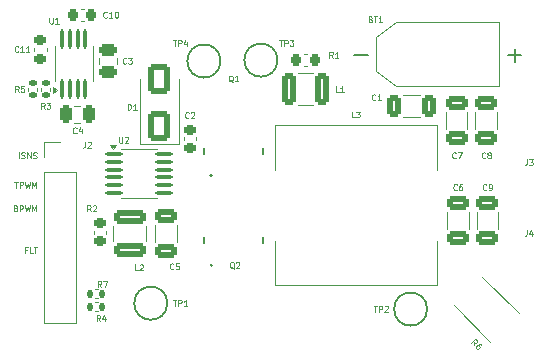
<source format=gto>
G04 #@! TF.GenerationSoftware,KiCad,Pcbnew,8.0.1*
G04 #@! TF.CreationDate,2024-09-12T17:08:19-04:00*
G04 #@! TF.ProjectId,cutdown,63757464-6f77-46e2-9e6b-696361645f70,rev?*
G04 #@! TF.SameCoordinates,Original*
G04 #@! TF.FileFunction,Legend,Top*
G04 #@! TF.FilePolarity,Positive*
%FSLAX46Y46*%
G04 Gerber Fmt 4.6, Leading zero omitted, Abs format (unit mm)*
G04 Created by KiCad (PCBNEW 8.0.1) date 2024-09-12 17:08:19*
%MOMM*%
%LPD*%
G01*
G04 APERTURE LIST*
G04 Aperture macros list*
%AMRoundRect*
0 Rectangle with rounded corners*
0 $1 Rounding radius*
0 $2 $3 $4 $5 $6 $7 $8 $9 X,Y pos of 4 corners*
0 Add a 4 corners polygon primitive as box body*
4,1,4,$2,$3,$4,$5,$6,$7,$8,$9,$2,$3,0*
0 Add four circle primitives for the rounded corners*
1,1,$1+$1,$2,$3*
1,1,$1+$1,$4,$5*
1,1,$1+$1,$6,$7*
1,1,$1+$1,$8,$9*
0 Add four rect primitives between the rounded corners*
20,1,$1+$1,$2,$3,$4,$5,0*
20,1,$1+$1,$4,$5,$6,$7,0*
20,1,$1+$1,$6,$7,$8,$9,0*
20,1,$1+$1,$8,$9,$2,$3,0*%
G04 Aperture macros list end*
%ADD10C,0.120000*%
%ADD11C,0.125000*%
%ADD12C,0.150000*%
%ADD13C,0.152400*%
%ADD14C,0.000000*%
%ADD15C,0.182463*%
%ADD16C,0.002645*%
%ADD17RoundRect,0.250000X-0.325000X-0.650000X0.325000X-0.650000X0.325000X0.650000X-0.325000X0.650000X0*%
%ADD18RoundRect,0.225000X-0.250000X0.225000X-0.250000X-0.225000X0.250000X-0.225000X0.250000X0.225000X0*%
%ADD19C,2.000000*%
%ADD20RoundRect,0.250000X-0.250000X-0.475000X0.250000X-0.475000X0.250000X0.475000X-0.250000X0.475000X0*%
%ADD21RoundRect,0.135000X-0.135000X-0.185000X0.135000X-0.185000X0.135000X0.185000X-0.135000X0.185000X0*%
%ADD22R,4.400000X4.300000*%
%ADD23R,0.650000X0.630000*%
%ADD24RoundRect,0.250000X0.650000X-0.325000X0.650000X0.325000X-0.650000X0.325000X-0.650000X-0.325000X0*%
%ADD25R,4.100000X3.500000*%
%ADD26RoundRect,0.225000X-0.225000X-0.250000X0.225000X-0.250000X0.225000X0.250000X-0.225000X0.250000X0*%
%ADD27RoundRect,0.225000X0.250000X-0.225000X0.250000X0.225000X-0.250000X0.225000X-0.250000X-0.225000X0*%
%ADD28RoundRect,0.250000X-0.375000X-1.075000X0.375000X-1.075000X0.375000X1.075000X-0.375000X1.075000X0*%
%ADD29RoundRect,0.100000X-0.625000X-0.100000X0.625000X-0.100000X0.625000X0.100000X-0.625000X0.100000X0*%
%ADD30R,1.650000X2.850000*%
%ADD31RoundRect,0.250000X-0.650000X0.325000X-0.650000X-0.325000X0.650000X-0.325000X0.650000X0.325000X0*%
%ADD32RoundRect,0.135000X0.185000X-0.135000X0.185000X0.135000X-0.185000X0.135000X-0.185000X-0.135000X0*%
%ADD33RoundRect,0.135000X0.135000X0.185000X-0.135000X0.185000X-0.135000X-0.185000X0.135000X-0.185000X0*%
%ADD34RoundRect,0.100000X0.100000X-0.712500X0.100000X0.712500X-0.100000X0.712500X-0.100000X-0.712500X0*%
%ADD35RoundRect,0.250000X-1.263953X-0.751301X-0.751301X-1.263953X1.263953X0.751301X0.751301X1.263953X0*%
%ADD36R,3.800000X3.800000*%
%ADD37C,4.000000*%
%ADD38C,3.800000*%
%ADD39RoundRect,0.250000X-0.475000X0.250000X-0.475000X-0.250000X0.475000X-0.250000X0.475000X0.250000X0*%
%ADD40RoundRect,0.250000X1.075000X-0.375000X1.075000X0.375000X-1.075000X0.375000X-1.075000X-0.375000X0*%
%ADD41R,1.700000X1.700000*%
%ADD42O,1.700000X1.700000*%
%ADD43RoundRect,0.250000X0.650000X-1.000000X0.650000X1.000000X-0.650000X1.000000X-0.650000X-1.000000X0*%
G04 APERTURE END LIST*
D10*
X116825815Y-101725069D02*
X116825815Y-101225069D01*
X117040101Y-101701260D02*
X117111529Y-101725069D01*
X117111529Y-101725069D02*
X117230577Y-101725069D01*
X117230577Y-101725069D02*
X117278196Y-101701260D01*
X117278196Y-101701260D02*
X117302005Y-101677450D01*
X117302005Y-101677450D02*
X117325815Y-101629831D01*
X117325815Y-101629831D02*
X117325815Y-101582212D01*
X117325815Y-101582212D02*
X117302005Y-101534593D01*
X117302005Y-101534593D02*
X117278196Y-101510783D01*
X117278196Y-101510783D02*
X117230577Y-101486974D01*
X117230577Y-101486974D02*
X117135339Y-101463164D01*
X117135339Y-101463164D02*
X117087720Y-101439355D01*
X117087720Y-101439355D02*
X117063910Y-101415545D01*
X117063910Y-101415545D02*
X117040101Y-101367926D01*
X117040101Y-101367926D02*
X117040101Y-101320307D01*
X117040101Y-101320307D02*
X117063910Y-101272688D01*
X117063910Y-101272688D02*
X117087720Y-101248879D01*
X117087720Y-101248879D02*
X117135339Y-101225069D01*
X117135339Y-101225069D02*
X117254386Y-101225069D01*
X117254386Y-101225069D02*
X117325815Y-101248879D01*
X117540100Y-101725069D02*
X117540100Y-101225069D01*
X117540100Y-101225069D02*
X117825814Y-101725069D01*
X117825814Y-101725069D02*
X117825814Y-101225069D01*
X118040101Y-101701260D02*
X118111529Y-101725069D01*
X118111529Y-101725069D02*
X118230577Y-101725069D01*
X118230577Y-101725069D02*
X118278196Y-101701260D01*
X118278196Y-101701260D02*
X118302005Y-101677450D01*
X118302005Y-101677450D02*
X118325815Y-101629831D01*
X118325815Y-101629831D02*
X118325815Y-101582212D01*
X118325815Y-101582212D02*
X118302005Y-101534593D01*
X118302005Y-101534593D02*
X118278196Y-101510783D01*
X118278196Y-101510783D02*
X118230577Y-101486974D01*
X118230577Y-101486974D02*
X118135339Y-101463164D01*
X118135339Y-101463164D02*
X118087720Y-101439355D01*
X118087720Y-101439355D02*
X118063910Y-101415545D01*
X118063910Y-101415545D02*
X118040101Y-101367926D01*
X118040101Y-101367926D02*
X118040101Y-101320307D01*
X118040101Y-101320307D02*
X118063910Y-101272688D01*
X118063910Y-101272688D02*
X118087720Y-101248879D01*
X118087720Y-101248879D02*
X118135339Y-101225069D01*
X118135339Y-101225069D02*
X118254386Y-101225069D01*
X118254386Y-101225069D02*
X118325815Y-101248879D01*
X116563909Y-105963164D02*
X116635337Y-105986974D01*
X116635337Y-105986974D02*
X116659147Y-106010783D01*
X116659147Y-106010783D02*
X116682956Y-106058402D01*
X116682956Y-106058402D02*
X116682956Y-106129831D01*
X116682956Y-106129831D02*
X116659147Y-106177450D01*
X116659147Y-106177450D02*
X116635337Y-106201260D01*
X116635337Y-106201260D02*
X116587718Y-106225069D01*
X116587718Y-106225069D02*
X116397242Y-106225069D01*
X116397242Y-106225069D02*
X116397242Y-105725069D01*
X116397242Y-105725069D02*
X116563909Y-105725069D01*
X116563909Y-105725069D02*
X116611528Y-105748879D01*
X116611528Y-105748879D02*
X116635337Y-105772688D01*
X116635337Y-105772688D02*
X116659147Y-105820307D01*
X116659147Y-105820307D02*
X116659147Y-105867926D01*
X116659147Y-105867926D02*
X116635337Y-105915545D01*
X116635337Y-105915545D02*
X116611528Y-105939355D01*
X116611528Y-105939355D02*
X116563909Y-105963164D01*
X116563909Y-105963164D02*
X116397242Y-105963164D01*
X116897242Y-106225069D02*
X116897242Y-105725069D01*
X116897242Y-105725069D02*
X117087718Y-105725069D01*
X117087718Y-105725069D02*
X117135337Y-105748879D01*
X117135337Y-105748879D02*
X117159147Y-105772688D01*
X117159147Y-105772688D02*
X117182956Y-105820307D01*
X117182956Y-105820307D02*
X117182956Y-105891736D01*
X117182956Y-105891736D02*
X117159147Y-105939355D01*
X117159147Y-105939355D02*
X117135337Y-105963164D01*
X117135337Y-105963164D02*
X117087718Y-105986974D01*
X117087718Y-105986974D02*
X116897242Y-105986974D01*
X117349623Y-105725069D02*
X117468671Y-106225069D01*
X117468671Y-106225069D02*
X117563909Y-105867926D01*
X117563909Y-105867926D02*
X117659147Y-106225069D01*
X117659147Y-106225069D02*
X117778195Y-105725069D01*
X117968671Y-106225069D02*
X117968671Y-105725069D01*
X117968671Y-105725069D02*
X118135338Y-106082212D01*
X118135338Y-106082212D02*
X118302004Y-105725069D01*
X118302004Y-105725069D02*
X118302004Y-106225069D01*
X116444862Y-103725069D02*
X116730576Y-103725069D01*
X116587719Y-104225069D02*
X116587719Y-103725069D01*
X116897242Y-104225069D02*
X116897242Y-103725069D01*
X116897242Y-103725069D02*
X117087718Y-103725069D01*
X117087718Y-103725069D02*
X117135337Y-103748879D01*
X117135337Y-103748879D02*
X117159147Y-103772688D01*
X117159147Y-103772688D02*
X117182956Y-103820307D01*
X117182956Y-103820307D02*
X117182956Y-103891736D01*
X117182956Y-103891736D02*
X117159147Y-103939355D01*
X117159147Y-103939355D02*
X117135337Y-103963164D01*
X117135337Y-103963164D02*
X117087718Y-103986974D01*
X117087718Y-103986974D02*
X116897242Y-103986974D01*
X117349623Y-103725069D02*
X117468671Y-104225069D01*
X117468671Y-104225069D02*
X117563909Y-103867926D01*
X117563909Y-103867926D02*
X117659147Y-104225069D01*
X117659147Y-104225069D02*
X117778195Y-103725069D01*
X117968671Y-104225069D02*
X117968671Y-103725069D01*
X117968671Y-103725069D02*
X118135338Y-104082212D01*
X118135338Y-104082212D02*
X118302004Y-103725069D01*
X118302004Y-103725069D02*
X118302004Y-104225069D01*
X117492482Y-109463164D02*
X117325815Y-109463164D01*
X117325815Y-109725069D02*
X117325815Y-109225069D01*
X117325815Y-109225069D02*
X117563910Y-109225069D01*
X117992481Y-109725069D02*
X117754386Y-109725069D01*
X117754386Y-109725069D02*
X117754386Y-109225069D01*
X118087720Y-109225069D02*
X118373434Y-109225069D01*
X118230577Y-109725069D02*
X118230577Y-109225069D01*
D11*
X147016666Y-96777190D02*
X146992857Y-96801000D01*
X146992857Y-96801000D02*
X146921428Y-96824809D01*
X146921428Y-96824809D02*
X146873809Y-96824809D01*
X146873809Y-96824809D02*
X146802381Y-96801000D01*
X146802381Y-96801000D02*
X146754762Y-96753380D01*
X146754762Y-96753380D02*
X146730952Y-96705761D01*
X146730952Y-96705761D02*
X146707143Y-96610523D01*
X146707143Y-96610523D02*
X146707143Y-96539095D01*
X146707143Y-96539095D02*
X146730952Y-96443857D01*
X146730952Y-96443857D02*
X146754762Y-96396238D01*
X146754762Y-96396238D02*
X146802381Y-96348619D01*
X146802381Y-96348619D02*
X146873809Y-96324809D01*
X146873809Y-96324809D02*
X146921428Y-96324809D01*
X146921428Y-96324809D02*
X146992857Y-96348619D01*
X146992857Y-96348619D02*
X147016666Y-96372428D01*
X147492857Y-96824809D02*
X147207143Y-96824809D01*
X147350000Y-96824809D02*
X147350000Y-96324809D01*
X147350000Y-96324809D02*
X147302381Y-96396238D01*
X147302381Y-96396238D02*
X147254762Y-96443857D01*
X147254762Y-96443857D02*
X147207143Y-96467666D01*
X116778571Y-92677190D02*
X116754762Y-92701000D01*
X116754762Y-92701000D02*
X116683333Y-92724809D01*
X116683333Y-92724809D02*
X116635714Y-92724809D01*
X116635714Y-92724809D02*
X116564286Y-92701000D01*
X116564286Y-92701000D02*
X116516667Y-92653380D01*
X116516667Y-92653380D02*
X116492857Y-92605761D01*
X116492857Y-92605761D02*
X116469048Y-92510523D01*
X116469048Y-92510523D02*
X116469048Y-92439095D01*
X116469048Y-92439095D02*
X116492857Y-92343857D01*
X116492857Y-92343857D02*
X116516667Y-92296238D01*
X116516667Y-92296238D02*
X116564286Y-92248619D01*
X116564286Y-92248619D02*
X116635714Y-92224809D01*
X116635714Y-92224809D02*
X116683333Y-92224809D01*
X116683333Y-92224809D02*
X116754762Y-92248619D01*
X116754762Y-92248619D02*
X116778571Y-92272428D01*
X117254762Y-92724809D02*
X116969048Y-92724809D01*
X117111905Y-92724809D02*
X117111905Y-92224809D01*
X117111905Y-92224809D02*
X117064286Y-92296238D01*
X117064286Y-92296238D02*
X117016667Y-92343857D01*
X117016667Y-92343857D02*
X116969048Y-92367666D01*
X117730952Y-92724809D02*
X117445238Y-92724809D01*
X117588095Y-92724809D02*
X117588095Y-92224809D01*
X117588095Y-92224809D02*
X117540476Y-92296238D01*
X117540476Y-92296238D02*
X117492857Y-92343857D01*
X117492857Y-92343857D02*
X117445238Y-92367666D01*
X131216666Y-98277190D02*
X131192857Y-98301000D01*
X131192857Y-98301000D02*
X131121428Y-98324809D01*
X131121428Y-98324809D02*
X131073809Y-98324809D01*
X131073809Y-98324809D02*
X131002381Y-98301000D01*
X131002381Y-98301000D02*
X130954762Y-98253380D01*
X130954762Y-98253380D02*
X130930952Y-98205761D01*
X130930952Y-98205761D02*
X130907143Y-98110523D01*
X130907143Y-98110523D02*
X130907143Y-98039095D01*
X130907143Y-98039095D02*
X130930952Y-97943857D01*
X130930952Y-97943857D02*
X130954762Y-97896238D01*
X130954762Y-97896238D02*
X131002381Y-97848619D01*
X131002381Y-97848619D02*
X131073809Y-97824809D01*
X131073809Y-97824809D02*
X131121428Y-97824809D01*
X131121428Y-97824809D02*
X131192857Y-97848619D01*
X131192857Y-97848619D02*
X131216666Y-97872428D01*
X131407143Y-97872428D02*
X131430952Y-97848619D01*
X131430952Y-97848619D02*
X131478571Y-97824809D01*
X131478571Y-97824809D02*
X131597619Y-97824809D01*
X131597619Y-97824809D02*
X131645238Y-97848619D01*
X131645238Y-97848619D02*
X131669047Y-97872428D01*
X131669047Y-97872428D02*
X131692857Y-97920047D01*
X131692857Y-97920047D02*
X131692857Y-97967666D01*
X131692857Y-97967666D02*
X131669047Y-98039095D01*
X131669047Y-98039095D02*
X131383333Y-98324809D01*
X131383333Y-98324809D02*
X131692857Y-98324809D01*
X129869048Y-91724809D02*
X130154762Y-91724809D01*
X130011905Y-92224809D02*
X130011905Y-91724809D01*
X130321428Y-92224809D02*
X130321428Y-91724809D01*
X130321428Y-91724809D02*
X130511904Y-91724809D01*
X130511904Y-91724809D02*
X130559523Y-91748619D01*
X130559523Y-91748619D02*
X130583333Y-91772428D01*
X130583333Y-91772428D02*
X130607142Y-91820047D01*
X130607142Y-91820047D02*
X130607142Y-91891476D01*
X130607142Y-91891476D02*
X130583333Y-91939095D01*
X130583333Y-91939095D02*
X130559523Y-91962904D01*
X130559523Y-91962904D02*
X130511904Y-91986714D01*
X130511904Y-91986714D02*
X130321428Y-91986714D01*
X131035714Y-91891476D02*
X131035714Y-92224809D01*
X130916666Y-91701000D02*
X130797619Y-92058142D01*
X130797619Y-92058142D02*
X131107142Y-92058142D01*
X121716666Y-99577190D02*
X121692857Y-99601000D01*
X121692857Y-99601000D02*
X121621428Y-99624809D01*
X121621428Y-99624809D02*
X121573809Y-99624809D01*
X121573809Y-99624809D02*
X121502381Y-99601000D01*
X121502381Y-99601000D02*
X121454762Y-99553380D01*
X121454762Y-99553380D02*
X121430952Y-99505761D01*
X121430952Y-99505761D02*
X121407143Y-99410523D01*
X121407143Y-99410523D02*
X121407143Y-99339095D01*
X121407143Y-99339095D02*
X121430952Y-99243857D01*
X121430952Y-99243857D02*
X121454762Y-99196238D01*
X121454762Y-99196238D02*
X121502381Y-99148619D01*
X121502381Y-99148619D02*
X121573809Y-99124809D01*
X121573809Y-99124809D02*
X121621428Y-99124809D01*
X121621428Y-99124809D02*
X121692857Y-99148619D01*
X121692857Y-99148619D02*
X121716666Y-99172428D01*
X122145238Y-99291476D02*
X122145238Y-99624809D01*
X122026190Y-99101000D02*
X121907143Y-99458142D01*
X121907143Y-99458142D02*
X122216666Y-99458142D01*
X123816666Y-112624809D02*
X123650000Y-112386714D01*
X123530952Y-112624809D02*
X123530952Y-112124809D01*
X123530952Y-112124809D02*
X123721428Y-112124809D01*
X123721428Y-112124809D02*
X123769047Y-112148619D01*
X123769047Y-112148619D02*
X123792857Y-112172428D01*
X123792857Y-112172428D02*
X123816666Y-112220047D01*
X123816666Y-112220047D02*
X123816666Y-112291476D01*
X123816666Y-112291476D02*
X123792857Y-112339095D01*
X123792857Y-112339095D02*
X123769047Y-112362904D01*
X123769047Y-112362904D02*
X123721428Y-112386714D01*
X123721428Y-112386714D02*
X123530952Y-112386714D01*
X123983333Y-112124809D02*
X124316666Y-112124809D01*
X124316666Y-112124809D02*
X124102381Y-112624809D01*
X135052380Y-111072428D02*
X135004761Y-111048619D01*
X135004761Y-111048619D02*
X134957142Y-111001000D01*
X134957142Y-111001000D02*
X134885714Y-110929571D01*
X134885714Y-110929571D02*
X134838095Y-110905761D01*
X134838095Y-110905761D02*
X134790476Y-110905761D01*
X134814285Y-111024809D02*
X134766666Y-111001000D01*
X134766666Y-111001000D02*
X134719047Y-110953380D01*
X134719047Y-110953380D02*
X134695238Y-110858142D01*
X134695238Y-110858142D02*
X134695238Y-110691476D01*
X134695238Y-110691476D02*
X134719047Y-110596238D01*
X134719047Y-110596238D02*
X134766666Y-110548619D01*
X134766666Y-110548619D02*
X134814285Y-110524809D01*
X134814285Y-110524809D02*
X134909523Y-110524809D01*
X134909523Y-110524809D02*
X134957142Y-110548619D01*
X134957142Y-110548619D02*
X135004761Y-110596238D01*
X135004761Y-110596238D02*
X135028571Y-110691476D01*
X135028571Y-110691476D02*
X135028571Y-110858142D01*
X135028571Y-110858142D02*
X135004761Y-110953380D01*
X135004761Y-110953380D02*
X134957142Y-111001000D01*
X134957142Y-111001000D02*
X134909523Y-111024809D01*
X134909523Y-111024809D02*
X134814285Y-111024809D01*
X135219048Y-110572428D02*
X135242857Y-110548619D01*
X135242857Y-110548619D02*
X135290476Y-110524809D01*
X135290476Y-110524809D02*
X135409524Y-110524809D01*
X135409524Y-110524809D02*
X135457143Y-110548619D01*
X135457143Y-110548619D02*
X135480952Y-110572428D01*
X135480952Y-110572428D02*
X135504762Y-110620047D01*
X135504762Y-110620047D02*
X135504762Y-110667666D01*
X135504762Y-110667666D02*
X135480952Y-110739095D01*
X135480952Y-110739095D02*
X135195238Y-111024809D01*
X135195238Y-111024809D02*
X135504762Y-111024809D01*
X156316666Y-101677190D02*
X156292857Y-101701000D01*
X156292857Y-101701000D02*
X156221428Y-101724809D01*
X156221428Y-101724809D02*
X156173809Y-101724809D01*
X156173809Y-101724809D02*
X156102381Y-101701000D01*
X156102381Y-101701000D02*
X156054762Y-101653380D01*
X156054762Y-101653380D02*
X156030952Y-101605761D01*
X156030952Y-101605761D02*
X156007143Y-101510523D01*
X156007143Y-101510523D02*
X156007143Y-101439095D01*
X156007143Y-101439095D02*
X156030952Y-101343857D01*
X156030952Y-101343857D02*
X156054762Y-101296238D01*
X156054762Y-101296238D02*
X156102381Y-101248619D01*
X156102381Y-101248619D02*
X156173809Y-101224809D01*
X156173809Y-101224809D02*
X156221428Y-101224809D01*
X156221428Y-101224809D02*
X156292857Y-101248619D01*
X156292857Y-101248619D02*
X156316666Y-101272428D01*
X156602381Y-101439095D02*
X156554762Y-101415285D01*
X156554762Y-101415285D02*
X156530952Y-101391476D01*
X156530952Y-101391476D02*
X156507143Y-101343857D01*
X156507143Y-101343857D02*
X156507143Y-101320047D01*
X156507143Y-101320047D02*
X156530952Y-101272428D01*
X156530952Y-101272428D02*
X156554762Y-101248619D01*
X156554762Y-101248619D02*
X156602381Y-101224809D01*
X156602381Y-101224809D02*
X156697619Y-101224809D01*
X156697619Y-101224809D02*
X156745238Y-101248619D01*
X156745238Y-101248619D02*
X156769047Y-101272428D01*
X156769047Y-101272428D02*
X156792857Y-101320047D01*
X156792857Y-101320047D02*
X156792857Y-101343857D01*
X156792857Y-101343857D02*
X156769047Y-101391476D01*
X156769047Y-101391476D02*
X156745238Y-101415285D01*
X156745238Y-101415285D02*
X156697619Y-101439095D01*
X156697619Y-101439095D02*
X156602381Y-101439095D01*
X156602381Y-101439095D02*
X156554762Y-101462904D01*
X156554762Y-101462904D02*
X156530952Y-101486714D01*
X156530952Y-101486714D02*
X156507143Y-101534333D01*
X156507143Y-101534333D02*
X156507143Y-101629571D01*
X156507143Y-101629571D02*
X156530952Y-101677190D01*
X156530952Y-101677190D02*
X156554762Y-101701000D01*
X156554762Y-101701000D02*
X156602381Y-101724809D01*
X156602381Y-101724809D02*
X156697619Y-101724809D01*
X156697619Y-101724809D02*
X156745238Y-101701000D01*
X156745238Y-101701000D02*
X156769047Y-101677190D01*
X156769047Y-101677190D02*
X156792857Y-101629571D01*
X156792857Y-101629571D02*
X156792857Y-101534333D01*
X156792857Y-101534333D02*
X156769047Y-101486714D01*
X156769047Y-101486714D02*
X156745238Y-101462904D01*
X156745238Y-101462904D02*
X156697619Y-101439095D01*
X145266666Y-98274809D02*
X145028571Y-98274809D01*
X145028571Y-98274809D02*
X145028571Y-97774809D01*
X145385714Y-97774809D02*
X145695238Y-97774809D01*
X145695238Y-97774809D02*
X145528571Y-97965285D01*
X145528571Y-97965285D02*
X145600000Y-97965285D01*
X145600000Y-97965285D02*
X145647619Y-97989095D01*
X145647619Y-97989095D02*
X145671428Y-98012904D01*
X145671428Y-98012904D02*
X145695238Y-98060523D01*
X145695238Y-98060523D02*
X145695238Y-98179571D01*
X145695238Y-98179571D02*
X145671428Y-98227190D01*
X145671428Y-98227190D02*
X145647619Y-98251000D01*
X145647619Y-98251000D02*
X145600000Y-98274809D01*
X145600000Y-98274809D02*
X145457143Y-98274809D01*
X145457143Y-98274809D02*
X145409524Y-98251000D01*
X145409524Y-98251000D02*
X145385714Y-98227190D01*
X143416666Y-93224809D02*
X143250000Y-92986714D01*
X143130952Y-93224809D02*
X143130952Y-92724809D01*
X143130952Y-92724809D02*
X143321428Y-92724809D01*
X143321428Y-92724809D02*
X143369047Y-92748619D01*
X143369047Y-92748619D02*
X143392857Y-92772428D01*
X143392857Y-92772428D02*
X143416666Y-92820047D01*
X143416666Y-92820047D02*
X143416666Y-92891476D01*
X143416666Y-92891476D02*
X143392857Y-92939095D01*
X143392857Y-92939095D02*
X143369047Y-92962904D01*
X143369047Y-92962904D02*
X143321428Y-92986714D01*
X143321428Y-92986714D02*
X143130952Y-92986714D01*
X143892857Y-93224809D02*
X143607143Y-93224809D01*
X143750000Y-93224809D02*
X143750000Y-92724809D01*
X143750000Y-92724809D02*
X143702381Y-92796238D01*
X143702381Y-92796238D02*
X143654762Y-92843857D01*
X143654762Y-92843857D02*
X143607143Y-92867666D01*
X122916666Y-106224809D02*
X122750000Y-105986714D01*
X122630952Y-106224809D02*
X122630952Y-105724809D01*
X122630952Y-105724809D02*
X122821428Y-105724809D01*
X122821428Y-105724809D02*
X122869047Y-105748619D01*
X122869047Y-105748619D02*
X122892857Y-105772428D01*
X122892857Y-105772428D02*
X122916666Y-105820047D01*
X122916666Y-105820047D02*
X122916666Y-105891476D01*
X122916666Y-105891476D02*
X122892857Y-105939095D01*
X122892857Y-105939095D02*
X122869047Y-105962904D01*
X122869047Y-105962904D02*
X122821428Y-105986714D01*
X122821428Y-105986714D02*
X122630952Y-105986714D01*
X123107143Y-105772428D02*
X123130952Y-105748619D01*
X123130952Y-105748619D02*
X123178571Y-105724809D01*
X123178571Y-105724809D02*
X123297619Y-105724809D01*
X123297619Y-105724809D02*
X123345238Y-105748619D01*
X123345238Y-105748619D02*
X123369047Y-105772428D01*
X123369047Y-105772428D02*
X123392857Y-105820047D01*
X123392857Y-105820047D02*
X123392857Y-105867666D01*
X123392857Y-105867666D02*
X123369047Y-105939095D01*
X123369047Y-105939095D02*
X123083333Y-106224809D01*
X123083333Y-106224809D02*
X123392857Y-106224809D01*
X143916666Y-96124809D02*
X143678571Y-96124809D01*
X143678571Y-96124809D02*
X143678571Y-95624809D01*
X144345238Y-96124809D02*
X144059524Y-96124809D01*
X144202381Y-96124809D02*
X144202381Y-95624809D01*
X144202381Y-95624809D02*
X144154762Y-95696238D01*
X144154762Y-95696238D02*
X144107143Y-95743857D01*
X144107143Y-95743857D02*
X144059524Y-95767666D01*
X125319047Y-99924809D02*
X125319047Y-100329571D01*
X125319047Y-100329571D02*
X125342857Y-100377190D01*
X125342857Y-100377190D02*
X125366666Y-100401000D01*
X125366666Y-100401000D02*
X125414285Y-100424809D01*
X125414285Y-100424809D02*
X125509523Y-100424809D01*
X125509523Y-100424809D02*
X125557142Y-100401000D01*
X125557142Y-100401000D02*
X125580952Y-100377190D01*
X125580952Y-100377190D02*
X125604761Y-100329571D01*
X125604761Y-100329571D02*
X125604761Y-99924809D01*
X125819048Y-99972428D02*
X125842857Y-99948619D01*
X125842857Y-99948619D02*
X125890476Y-99924809D01*
X125890476Y-99924809D02*
X126009524Y-99924809D01*
X126009524Y-99924809D02*
X126057143Y-99948619D01*
X126057143Y-99948619D02*
X126080952Y-99972428D01*
X126080952Y-99972428D02*
X126104762Y-100020047D01*
X126104762Y-100020047D02*
X126104762Y-100067666D01*
X126104762Y-100067666D02*
X126080952Y-100139095D01*
X126080952Y-100139095D02*
X125795238Y-100424809D01*
X125795238Y-100424809D02*
X126104762Y-100424809D01*
X134952380Y-95272428D02*
X134904761Y-95248619D01*
X134904761Y-95248619D02*
X134857142Y-95201000D01*
X134857142Y-95201000D02*
X134785714Y-95129571D01*
X134785714Y-95129571D02*
X134738095Y-95105761D01*
X134738095Y-95105761D02*
X134690476Y-95105761D01*
X134714285Y-95224809D02*
X134666666Y-95201000D01*
X134666666Y-95201000D02*
X134619047Y-95153380D01*
X134619047Y-95153380D02*
X134595238Y-95058142D01*
X134595238Y-95058142D02*
X134595238Y-94891476D01*
X134595238Y-94891476D02*
X134619047Y-94796238D01*
X134619047Y-94796238D02*
X134666666Y-94748619D01*
X134666666Y-94748619D02*
X134714285Y-94724809D01*
X134714285Y-94724809D02*
X134809523Y-94724809D01*
X134809523Y-94724809D02*
X134857142Y-94748619D01*
X134857142Y-94748619D02*
X134904761Y-94796238D01*
X134904761Y-94796238D02*
X134928571Y-94891476D01*
X134928571Y-94891476D02*
X134928571Y-95058142D01*
X134928571Y-95058142D02*
X134904761Y-95153380D01*
X134904761Y-95153380D02*
X134857142Y-95201000D01*
X134857142Y-95201000D02*
X134809523Y-95224809D01*
X134809523Y-95224809D02*
X134714285Y-95224809D01*
X135404762Y-95224809D02*
X135119048Y-95224809D01*
X135261905Y-95224809D02*
X135261905Y-94724809D01*
X135261905Y-94724809D02*
X135214286Y-94796238D01*
X135214286Y-94796238D02*
X135166667Y-94843857D01*
X135166667Y-94843857D02*
X135119048Y-94867666D01*
X153916666Y-104377190D02*
X153892857Y-104401000D01*
X153892857Y-104401000D02*
X153821428Y-104424809D01*
X153821428Y-104424809D02*
X153773809Y-104424809D01*
X153773809Y-104424809D02*
X153702381Y-104401000D01*
X153702381Y-104401000D02*
X153654762Y-104353380D01*
X153654762Y-104353380D02*
X153630952Y-104305761D01*
X153630952Y-104305761D02*
X153607143Y-104210523D01*
X153607143Y-104210523D02*
X153607143Y-104139095D01*
X153607143Y-104139095D02*
X153630952Y-104043857D01*
X153630952Y-104043857D02*
X153654762Y-103996238D01*
X153654762Y-103996238D02*
X153702381Y-103948619D01*
X153702381Y-103948619D02*
X153773809Y-103924809D01*
X153773809Y-103924809D02*
X153821428Y-103924809D01*
X153821428Y-103924809D02*
X153892857Y-103948619D01*
X153892857Y-103948619D02*
X153916666Y-103972428D01*
X154345238Y-103924809D02*
X154250000Y-103924809D01*
X154250000Y-103924809D02*
X154202381Y-103948619D01*
X154202381Y-103948619D02*
X154178571Y-103972428D01*
X154178571Y-103972428D02*
X154130952Y-104043857D01*
X154130952Y-104043857D02*
X154107143Y-104139095D01*
X154107143Y-104139095D02*
X154107143Y-104329571D01*
X154107143Y-104329571D02*
X154130952Y-104377190D01*
X154130952Y-104377190D02*
X154154762Y-104401000D01*
X154154762Y-104401000D02*
X154202381Y-104424809D01*
X154202381Y-104424809D02*
X154297619Y-104424809D01*
X154297619Y-104424809D02*
X154345238Y-104401000D01*
X154345238Y-104401000D02*
X154369047Y-104377190D01*
X154369047Y-104377190D02*
X154392857Y-104329571D01*
X154392857Y-104329571D02*
X154392857Y-104210523D01*
X154392857Y-104210523D02*
X154369047Y-104162904D01*
X154369047Y-104162904D02*
X154345238Y-104139095D01*
X154345238Y-104139095D02*
X154297619Y-104115285D01*
X154297619Y-104115285D02*
X154202381Y-104115285D01*
X154202381Y-104115285D02*
X154154762Y-104139095D01*
X154154762Y-104139095D02*
X154130952Y-104162904D01*
X154130952Y-104162904D02*
X154107143Y-104210523D01*
X116816666Y-96124809D02*
X116650000Y-95886714D01*
X116530952Y-96124809D02*
X116530952Y-95624809D01*
X116530952Y-95624809D02*
X116721428Y-95624809D01*
X116721428Y-95624809D02*
X116769047Y-95648619D01*
X116769047Y-95648619D02*
X116792857Y-95672428D01*
X116792857Y-95672428D02*
X116816666Y-95720047D01*
X116816666Y-95720047D02*
X116816666Y-95791476D01*
X116816666Y-95791476D02*
X116792857Y-95839095D01*
X116792857Y-95839095D02*
X116769047Y-95862904D01*
X116769047Y-95862904D02*
X116721428Y-95886714D01*
X116721428Y-95886714D02*
X116530952Y-95886714D01*
X117269047Y-95624809D02*
X117030952Y-95624809D01*
X117030952Y-95624809D02*
X117007143Y-95862904D01*
X117007143Y-95862904D02*
X117030952Y-95839095D01*
X117030952Y-95839095D02*
X117078571Y-95815285D01*
X117078571Y-95815285D02*
X117197619Y-95815285D01*
X117197619Y-95815285D02*
X117245238Y-95839095D01*
X117245238Y-95839095D02*
X117269047Y-95862904D01*
X117269047Y-95862904D02*
X117292857Y-95910523D01*
X117292857Y-95910523D02*
X117292857Y-96029571D01*
X117292857Y-96029571D02*
X117269047Y-96077190D01*
X117269047Y-96077190D02*
X117245238Y-96101000D01*
X117245238Y-96101000D02*
X117197619Y-96124809D01*
X117197619Y-96124809D02*
X117078571Y-96124809D01*
X117078571Y-96124809D02*
X117030952Y-96101000D01*
X117030952Y-96101000D02*
X117007143Y-96077190D01*
X123716666Y-115524809D02*
X123550000Y-115286714D01*
X123430952Y-115524809D02*
X123430952Y-115024809D01*
X123430952Y-115024809D02*
X123621428Y-115024809D01*
X123621428Y-115024809D02*
X123669047Y-115048619D01*
X123669047Y-115048619D02*
X123692857Y-115072428D01*
X123692857Y-115072428D02*
X123716666Y-115120047D01*
X123716666Y-115120047D02*
X123716666Y-115191476D01*
X123716666Y-115191476D02*
X123692857Y-115239095D01*
X123692857Y-115239095D02*
X123669047Y-115262904D01*
X123669047Y-115262904D02*
X123621428Y-115286714D01*
X123621428Y-115286714D02*
X123430952Y-115286714D01*
X124145238Y-115191476D02*
X124145238Y-115524809D01*
X124026190Y-115001000D02*
X123907143Y-115358142D01*
X123907143Y-115358142D02*
X124216666Y-115358142D01*
X146869048Y-114224809D02*
X147154762Y-114224809D01*
X147011905Y-114724809D02*
X147011905Y-114224809D01*
X147321428Y-114724809D02*
X147321428Y-114224809D01*
X147321428Y-114224809D02*
X147511904Y-114224809D01*
X147511904Y-114224809D02*
X147559523Y-114248619D01*
X147559523Y-114248619D02*
X147583333Y-114272428D01*
X147583333Y-114272428D02*
X147607142Y-114320047D01*
X147607142Y-114320047D02*
X147607142Y-114391476D01*
X147607142Y-114391476D02*
X147583333Y-114439095D01*
X147583333Y-114439095D02*
X147559523Y-114462904D01*
X147559523Y-114462904D02*
X147511904Y-114486714D01*
X147511904Y-114486714D02*
X147321428Y-114486714D01*
X147797619Y-114272428D02*
X147821428Y-114248619D01*
X147821428Y-114248619D02*
X147869047Y-114224809D01*
X147869047Y-114224809D02*
X147988095Y-114224809D01*
X147988095Y-114224809D02*
X148035714Y-114248619D01*
X148035714Y-114248619D02*
X148059523Y-114272428D01*
X148059523Y-114272428D02*
X148083333Y-114320047D01*
X148083333Y-114320047D02*
X148083333Y-114367666D01*
X148083333Y-114367666D02*
X148059523Y-114439095D01*
X148059523Y-114439095D02*
X147773809Y-114724809D01*
X147773809Y-114724809D02*
X148083333Y-114724809D01*
X138869048Y-91724809D02*
X139154762Y-91724809D01*
X139011905Y-92224809D02*
X139011905Y-91724809D01*
X139321428Y-92224809D02*
X139321428Y-91724809D01*
X139321428Y-91724809D02*
X139511904Y-91724809D01*
X139511904Y-91724809D02*
X139559523Y-91748619D01*
X139559523Y-91748619D02*
X139583333Y-91772428D01*
X139583333Y-91772428D02*
X139607142Y-91820047D01*
X139607142Y-91820047D02*
X139607142Y-91891476D01*
X139607142Y-91891476D02*
X139583333Y-91939095D01*
X139583333Y-91939095D02*
X139559523Y-91962904D01*
X139559523Y-91962904D02*
X139511904Y-91986714D01*
X139511904Y-91986714D02*
X139321428Y-91986714D01*
X139773809Y-91724809D02*
X140083333Y-91724809D01*
X140083333Y-91724809D02*
X139916666Y-91915285D01*
X139916666Y-91915285D02*
X139988095Y-91915285D01*
X139988095Y-91915285D02*
X140035714Y-91939095D01*
X140035714Y-91939095D02*
X140059523Y-91962904D01*
X140059523Y-91962904D02*
X140083333Y-92010523D01*
X140083333Y-92010523D02*
X140083333Y-92129571D01*
X140083333Y-92129571D02*
X140059523Y-92177190D01*
X140059523Y-92177190D02*
X140035714Y-92201000D01*
X140035714Y-92201000D02*
X139988095Y-92224809D01*
X139988095Y-92224809D02*
X139845238Y-92224809D01*
X139845238Y-92224809D02*
X139797619Y-92201000D01*
X139797619Y-92201000D02*
X139773809Y-92177190D01*
X119419047Y-89824809D02*
X119419047Y-90229571D01*
X119419047Y-90229571D02*
X119442857Y-90277190D01*
X119442857Y-90277190D02*
X119466666Y-90301000D01*
X119466666Y-90301000D02*
X119514285Y-90324809D01*
X119514285Y-90324809D02*
X119609523Y-90324809D01*
X119609523Y-90324809D02*
X119657142Y-90301000D01*
X119657142Y-90301000D02*
X119680952Y-90277190D01*
X119680952Y-90277190D02*
X119704761Y-90229571D01*
X119704761Y-90229571D02*
X119704761Y-89824809D01*
X120204762Y-90324809D02*
X119919048Y-90324809D01*
X120061905Y-90324809D02*
X120061905Y-89824809D01*
X120061905Y-89824809D02*
X120014286Y-89896238D01*
X120014286Y-89896238D02*
X119966667Y-89943857D01*
X119966667Y-89943857D02*
X119919048Y-89967666D01*
X155333582Y-117569886D02*
X155384089Y-117283677D01*
X155131551Y-117367856D02*
X155485105Y-117014303D01*
X155485105Y-117014303D02*
X155619792Y-117148990D01*
X155619792Y-117148990D02*
X155636628Y-117199497D01*
X155636628Y-117199497D02*
X155636628Y-117233169D01*
X155636628Y-117233169D02*
X155619792Y-117283677D01*
X155619792Y-117283677D02*
X155569284Y-117334184D01*
X155569284Y-117334184D02*
X155518776Y-117351020D01*
X155518776Y-117351020D02*
X155485105Y-117351020D01*
X155485105Y-117351020D02*
X155434597Y-117334184D01*
X155434597Y-117334184D02*
X155299910Y-117199497D01*
X155990181Y-117519379D02*
X155922837Y-117452035D01*
X155922837Y-117452035D02*
X155872330Y-117435199D01*
X155872330Y-117435199D02*
X155838658Y-117435199D01*
X155838658Y-117435199D02*
X155754479Y-117452035D01*
X155754479Y-117452035D02*
X155670299Y-117502543D01*
X155670299Y-117502543D02*
X155535612Y-117637230D01*
X155535612Y-117637230D02*
X155518776Y-117687738D01*
X155518776Y-117687738D02*
X155518776Y-117721409D01*
X155518776Y-117721409D02*
X155535612Y-117771917D01*
X155535612Y-117771917D02*
X155602956Y-117839260D01*
X155602956Y-117839260D02*
X155653463Y-117856096D01*
X155653463Y-117856096D02*
X155687135Y-117856096D01*
X155687135Y-117856096D02*
X155737643Y-117839260D01*
X155737643Y-117839260D02*
X155821822Y-117755081D01*
X155821822Y-117755081D02*
X155838658Y-117704573D01*
X155838658Y-117704573D02*
X155838658Y-117670902D01*
X155838658Y-117670902D02*
X155821822Y-117620394D01*
X155821822Y-117620394D02*
X155754479Y-117553051D01*
X155754479Y-117553051D02*
X155703971Y-117536215D01*
X155703971Y-117536215D02*
X155670299Y-117536215D01*
X155670299Y-117536215D02*
X155619792Y-117553051D01*
X156416666Y-104377190D02*
X156392857Y-104401000D01*
X156392857Y-104401000D02*
X156321428Y-104424809D01*
X156321428Y-104424809D02*
X156273809Y-104424809D01*
X156273809Y-104424809D02*
X156202381Y-104401000D01*
X156202381Y-104401000D02*
X156154762Y-104353380D01*
X156154762Y-104353380D02*
X156130952Y-104305761D01*
X156130952Y-104305761D02*
X156107143Y-104210523D01*
X156107143Y-104210523D02*
X156107143Y-104139095D01*
X156107143Y-104139095D02*
X156130952Y-104043857D01*
X156130952Y-104043857D02*
X156154762Y-103996238D01*
X156154762Y-103996238D02*
X156202381Y-103948619D01*
X156202381Y-103948619D02*
X156273809Y-103924809D01*
X156273809Y-103924809D02*
X156321428Y-103924809D01*
X156321428Y-103924809D02*
X156392857Y-103948619D01*
X156392857Y-103948619D02*
X156416666Y-103972428D01*
X156654762Y-104424809D02*
X156750000Y-104424809D01*
X156750000Y-104424809D02*
X156797619Y-104401000D01*
X156797619Y-104401000D02*
X156821428Y-104377190D01*
X156821428Y-104377190D02*
X156869047Y-104305761D01*
X156869047Y-104305761D02*
X156892857Y-104210523D01*
X156892857Y-104210523D02*
X156892857Y-104020047D01*
X156892857Y-104020047D02*
X156869047Y-103972428D01*
X156869047Y-103972428D02*
X156845238Y-103948619D01*
X156845238Y-103948619D02*
X156797619Y-103924809D01*
X156797619Y-103924809D02*
X156702381Y-103924809D01*
X156702381Y-103924809D02*
X156654762Y-103948619D01*
X156654762Y-103948619D02*
X156630952Y-103972428D01*
X156630952Y-103972428D02*
X156607143Y-104020047D01*
X156607143Y-104020047D02*
X156607143Y-104139095D01*
X156607143Y-104139095D02*
X156630952Y-104186714D01*
X156630952Y-104186714D02*
X156654762Y-104210523D01*
X156654762Y-104210523D02*
X156702381Y-104234333D01*
X156702381Y-104234333D02*
X156797619Y-104234333D01*
X156797619Y-104234333D02*
X156845238Y-104210523D01*
X156845238Y-104210523D02*
X156869047Y-104186714D01*
X156869047Y-104186714D02*
X156892857Y-104139095D01*
X129916666Y-111077190D02*
X129892857Y-111101000D01*
X129892857Y-111101000D02*
X129821428Y-111124809D01*
X129821428Y-111124809D02*
X129773809Y-111124809D01*
X129773809Y-111124809D02*
X129702381Y-111101000D01*
X129702381Y-111101000D02*
X129654762Y-111053380D01*
X129654762Y-111053380D02*
X129630952Y-111005761D01*
X129630952Y-111005761D02*
X129607143Y-110910523D01*
X129607143Y-110910523D02*
X129607143Y-110839095D01*
X129607143Y-110839095D02*
X129630952Y-110743857D01*
X129630952Y-110743857D02*
X129654762Y-110696238D01*
X129654762Y-110696238D02*
X129702381Y-110648619D01*
X129702381Y-110648619D02*
X129773809Y-110624809D01*
X129773809Y-110624809D02*
X129821428Y-110624809D01*
X129821428Y-110624809D02*
X129892857Y-110648619D01*
X129892857Y-110648619D02*
X129916666Y-110672428D01*
X130369047Y-110624809D02*
X130130952Y-110624809D01*
X130130952Y-110624809D02*
X130107143Y-110862904D01*
X130107143Y-110862904D02*
X130130952Y-110839095D01*
X130130952Y-110839095D02*
X130178571Y-110815285D01*
X130178571Y-110815285D02*
X130297619Y-110815285D01*
X130297619Y-110815285D02*
X130345238Y-110839095D01*
X130345238Y-110839095D02*
X130369047Y-110862904D01*
X130369047Y-110862904D02*
X130392857Y-110910523D01*
X130392857Y-110910523D02*
X130392857Y-111029571D01*
X130392857Y-111029571D02*
X130369047Y-111077190D01*
X130369047Y-111077190D02*
X130345238Y-111101000D01*
X130345238Y-111101000D02*
X130297619Y-111124809D01*
X130297619Y-111124809D02*
X130178571Y-111124809D01*
X130178571Y-111124809D02*
X130130952Y-111101000D01*
X130130952Y-111101000D02*
X130107143Y-111077190D01*
X146607143Y-89962904D02*
X146678571Y-89986714D01*
X146678571Y-89986714D02*
X146702381Y-90010523D01*
X146702381Y-90010523D02*
X146726190Y-90058142D01*
X146726190Y-90058142D02*
X146726190Y-90129571D01*
X146726190Y-90129571D02*
X146702381Y-90177190D01*
X146702381Y-90177190D02*
X146678571Y-90201000D01*
X146678571Y-90201000D02*
X146630952Y-90224809D01*
X146630952Y-90224809D02*
X146440476Y-90224809D01*
X146440476Y-90224809D02*
X146440476Y-89724809D01*
X146440476Y-89724809D02*
X146607143Y-89724809D01*
X146607143Y-89724809D02*
X146654762Y-89748619D01*
X146654762Y-89748619D02*
X146678571Y-89772428D01*
X146678571Y-89772428D02*
X146702381Y-89820047D01*
X146702381Y-89820047D02*
X146702381Y-89867666D01*
X146702381Y-89867666D02*
X146678571Y-89915285D01*
X146678571Y-89915285D02*
X146654762Y-89939095D01*
X146654762Y-89939095D02*
X146607143Y-89962904D01*
X146607143Y-89962904D02*
X146440476Y-89962904D01*
X146869048Y-89724809D02*
X147154762Y-89724809D01*
X147011905Y-90224809D02*
X147011905Y-89724809D01*
X147583333Y-90224809D02*
X147297619Y-90224809D01*
X147440476Y-90224809D02*
X147440476Y-89724809D01*
X147440476Y-89724809D02*
X147392857Y-89796238D01*
X147392857Y-89796238D02*
X147345238Y-89843857D01*
X147345238Y-89843857D02*
X147297619Y-89867666D01*
D12*
X145228571Y-93014700D02*
X146371429Y-93014700D01*
X158228571Y-93014700D02*
X159371429Y-93014700D01*
X158800000Y-93586128D02*
X158800000Y-92443271D01*
D11*
X159833333Y-101824809D02*
X159833333Y-102181952D01*
X159833333Y-102181952D02*
X159809524Y-102253380D01*
X159809524Y-102253380D02*
X159761905Y-102301000D01*
X159761905Y-102301000D02*
X159690476Y-102324809D01*
X159690476Y-102324809D02*
X159642857Y-102324809D01*
X160023809Y-101824809D02*
X160333333Y-101824809D01*
X160333333Y-101824809D02*
X160166666Y-102015285D01*
X160166666Y-102015285D02*
X160238095Y-102015285D01*
X160238095Y-102015285D02*
X160285714Y-102039095D01*
X160285714Y-102039095D02*
X160309523Y-102062904D01*
X160309523Y-102062904D02*
X160333333Y-102110523D01*
X160333333Y-102110523D02*
X160333333Y-102229571D01*
X160333333Y-102229571D02*
X160309523Y-102277190D01*
X160309523Y-102277190D02*
X160285714Y-102301000D01*
X160285714Y-102301000D02*
X160238095Y-102324809D01*
X160238095Y-102324809D02*
X160095238Y-102324809D01*
X160095238Y-102324809D02*
X160047619Y-102301000D01*
X160047619Y-102301000D02*
X160023809Y-102277190D01*
X125916666Y-93677190D02*
X125892857Y-93701000D01*
X125892857Y-93701000D02*
X125821428Y-93724809D01*
X125821428Y-93724809D02*
X125773809Y-93724809D01*
X125773809Y-93724809D02*
X125702381Y-93701000D01*
X125702381Y-93701000D02*
X125654762Y-93653380D01*
X125654762Y-93653380D02*
X125630952Y-93605761D01*
X125630952Y-93605761D02*
X125607143Y-93510523D01*
X125607143Y-93510523D02*
X125607143Y-93439095D01*
X125607143Y-93439095D02*
X125630952Y-93343857D01*
X125630952Y-93343857D02*
X125654762Y-93296238D01*
X125654762Y-93296238D02*
X125702381Y-93248619D01*
X125702381Y-93248619D02*
X125773809Y-93224809D01*
X125773809Y-93224809D02*
X125821428Y-93224809D01*
X125821428Y-93224809D02*
X125892857Y-93248619D01*
X125892857Y-93248619D02*
X125916666Y-93272428D01*
X126083333Y-93224809D02*
X126392857Y-93224809D01*
X126392857Y-93224809D02*
X126226190Y-93415285D01*
X126226190Y-93415285D02*
X126297619Y-93415285D01*
X126297619Y-93415285D02*
X126345238Y-93439095D01*
X126345238Y-93439095D02*
X126369047Y-93462904D01*
X126369047Y-93462904D02*
X126392857Y-93510523D01*
X126392857Y-93510523D02*
X126392857Y-93629571D01*
X126392857Y-93629571D02*
X126369047Y-93677190D01*
X126369047Y-93677190D02*
X126345238Y-93701000D01*
X126345238Y-93701000D02*
X126297619Y-93724809D01*
X126297619Y-93724809D02*
X126154762Y-93724809D01*
X126154762Y-93724809D02*
X126107143Y-93701000D01*
X126107143Y-93701000D02*
X126083333Y-93677190D01*
X126916666Y-111224809D02*
X126678571Y-111224809D01*
X126678571Y-111224809D02*
X126678571Y-110724809D01*
X127059524Y-110772428D02*
X127083333Y-110748619D01*
X127083333Y-110748619D02*
X127130952Y-110724809D01*
X127130952Y-110724809D02*
X127250000Y-110724809D01*
X127250000Y-110724809D02*
X127297619Y-110748619D01*
X127297619Y-110748619D02*
X127321428Y-110772428D01*
X127321428Y-110772428D02*
X127345238Y-110820047D01*
X127345238Y-110820047D02*
X127345238Y-110867666D01*
X127345238Y-110867666D02*
X127321428Y-110939095D01*
X127321428Y-110939095D02*
X127035714Y-111224809D01*
X127035714Y-111224809D02*
X127345238Y-111224809D01*
X122433333Y-100324809D02*
X122433333Y-100681952D01*
X122433333Y-100681952D02*
X122409524Y-100753380D01*
X122409524Y-100753380D02*
X122361905Y-100801000D01*
X122361905Y-100801000D02*
X122290476Y-100824809D01*
X122290476Y-100824809D02*
X122242857Y-100824809D01*
X122647619Y-100372428D02*
X122671428Y-100348619D01*
X122671428Y-100348619D02*
X122719047Y-100324809D01*
X122719047Y-100324809D02*
X122838095Y-100324809D01*
X122838095Y-100324809D02*
X122885714Y-100348619D01*
X122885714Y-100348619D02*
X122909523Y-100372428D01*
X122909523Y-100372428D02*
X122933333Y-100420047D01*
X122933333Y-100420047D02*
X122933333Y-100467666D01*
X122933333Y-100467666D02*
X122909523Y-100539095D01*
X122909523Y-100539095D02*
X122623809Y-100824809D01*
X122623809Y-100824809D02*
X122933333Y-100824809D01*
X124278571Y-89777190D02*
X124254762Y-89801000D01*
X124254762Y-89801000D02*
X124183333Y-89824809D01*
X124183333Y-89824809D02*
X124135714Y-89824809D01*
X124135714Y-89824809D02*
X124064286Y-89801000D01*
X124064286Y-89801000D02*
X124016667Y-89753380D01*
X124016667Y-89753380D02*
X123992857Y-89705761D01*
X123992857Y-89705761D02*
X123969048Y-89610523D01*
X123969048Y-89610523D02*
X123969048Y-89539095D01*
X123969048Y-89539095D02*
X123992857Y-89443857D01*
X123992857Y-89443857D02*
X124016667Y-89396238D01*
X124016667Y-89396238D02*
X124064286Y-89348619D01*
X124064286Y-89348619D02*
X124135714Y-89324809D01*
X124135714Y-89324809D02*
X124183333Y-89324809D01*
X124183333Y-89324809D02*
X124254762Y-89348619D01*
X124254762Y-89348619D02*
X124278571Y-89372428D01*
X124754762Y-89824809D02*
X124469048Y-89824809D01*
X124611905Y-89824809D02*
X124611905Y-89324809D01*
X124611905Y-89324809D02*
X124564286Y-89396238D01*
X124564286Y-89396238D02*
X124516667Y-89443857D01*
X124516667Y-89443857D02*
X124469048Y-89467666D01*
X125064285Y-89324809D02*
X125111904Y-89324809D01*
X125111904Y-89324809D02*
X125159523Y-89348619D01*
X125159523Y-89348619D02*
X125183333Y-89372428D01*
X125183333Y-89372428D02*
X125207142Y-89420047D01*
X125207142Y-89420047D02*
X125230952Y-89515285D01*
X125230952Y-89515285D02*
X125230952Y-89634333D01*
X125230952Y-89634333D02*
X125207142Y-89729571D01*
X125207142Y-89729571D02*
X125183333Y-89777190D01*
X125183333Y-89777190D02*
X125159523Y-89801000D01*
X125159523Y-89801000D02*
X125111904Y-89824809D01*
X125111904Y-89824809D02*
X125064285Y-89824809D01*
X125064285Y-89824809D02*
X125016666Y-89801000D01*
X125016666Y-89801000D02*
X124992857Y-89777190D01*
X124992857Y-89777190D02*
X124969047Y-89729571D01*
X124969047Y-89729571D02*
X124945238Y-89634333D01*
X124945238Y-89634333D02*
X124945238Y-89515285D01*
X124945238Y-89515285D02*
X124969047Y-89420047D01*
X124969047Y-89420047D02*
X124992857Y-89372428D01*
X124992857Y-89372428D02*
X125016666Y-89348619D01*
X125016666Y-89348619D02*
X125064285Y-89324809D01*
X129869048Y-113724809D02*
X130154762Y-113724809D01*
X130011905Y-114224809D02*
X130011905Y-113724809D01*
X130321428Y-114224809D02*
X130321428Y-113724809D01*
X130321428Y-113724809D02*
X130511904Y-113724809D01*
X130511904Y-113724809D02*
X130559523Y-113748619D01*
X130559523Y-113748619D02*
X130583333Y-113772428D01*
X130583333Y-113772428D02*
X130607142Y-113820047D01*
X130607142Y-113820047D02*
X130607142Y-113891476D01*
X130607142Y-113891476D02*
X130583333Y-113939095D01*
X130583333Y-113939095D02*
X130559523Y-113962904D01*
X130559523Y-113962904D02*
X130511904Y-113986714D01*
X130511904Y-113986714D02*
X130321428Y-113986714D01*
X131083333Y-114224809D02*
X130797619Y-114224809D01*
X130940476Y-114224809D02*
X130940476Y-113724809D01*
X130940476Y-113724809D02*
X130892857Y-113796238D01*
X130892857Y-113796238D02*
X130845238Y-113843857D01*
X130845238Y-113843857D02*
X130797619Y-113867666D01*
X126030952Y-97624809D02*
X126030952Y-97124809D01*
X126030952Y-97124809D02*
X126150000Y-97124809D01*
X126150000Y-97124809D02*
X126221428Y-97148619D01*
X126221428Y-97148619D02*
X126269047Y-97196238D01*
X126269047Y-97196238D02*
X126292857Y-97243857D01*
X126292857Y-97243857D02*
X126316666Y-97339095D01*
X126316666Y-97339095D02*
X126316666Y-97410523D01*
X126316666Y-97410523D02*
X126292857Y-97505761D01*
X126292857Y-97505761D02*
X126269047Y-97553380D01*
X126269047Y-97553380D02*
X126221428Y-97601000D01*
X126221428Y-97601000D02*
X126150000Y-97624809D01*
X126150000Y-97624809D02*
X126030952Y-97624809D01*
X126792857Y-97624809D02*
X126507143Y-97624809D01*
X126650000Y-97624809D02*
X126650000Y-97124809D01*
X126650000Y-97124809D02*
X126602381Y-97196238D01*
X126602381Y-97196238D02*
X126554762Y-97243857D01*
X126554762Y-97243857D02*
X126507143Y-97267666D01*
X119016666Y-97524809D02*
X118850000Y-97286714D01*
X118730952Y-97524809D02*
X118730952Y-97024809D01*
X118730952Y-97024809D02*
X118921428Y-97024809D01*
X118921428Y-97024809D02*
X118969047Y-97048619D01*
X118969047Y-97048619D02*
X118992857Y-97072428D01*
X118992857Y-97072428D02*
X119016666Y-97120047D01*
X119016666Y-97120047D02*
X119016666Y-97191476D01*
X119016666Y-97191476D02*
X118992857Y-97239095D01*
X118992857Y-97239095D02*
X118969047Y-97262904D01*
X118969047Y-97262904D02*
X118921428Y-97286714D01*
X118921428Y-97286714D02*
X118730952Y-97286714D01*
X119183333Y-97024809D02*
X119492857Y-97024809D01*
X119492857Y-97024809D02*
X119326190Y-97215285D01*
X119326190Y-97215285D02*
X119397619Y-97215285D01*
X119397619Y-97215285D02*
X119445238Y-97239095D01*
X119445238Y-97239095D02*
X119469047Y-97262904D01*
X119469047Y-97262904D02*
X119492857Y-97310523D01*
X119492857Y-97310523D02*
X119492857Y-97429571D01*
X119492857Y-97429571D02*
X119469047Y-97477190D01*
X119469047Y-97477190D02*
X119445238Y-97501000D01*
X119445238Y-97501000D02*
X119397619Y-97524809D01*
X119397619Y-97524809D02*
X119254762Y-97524809D01*
X119254762Y-97524809D02*
X119207143Y-97501000D01*
X119207143Y-97501000D02*
X119183333Y-97477190D01*
X159833333Y-107824809D02*
X159833333Y-108181952D01*
X159833333Y-108181952D02*
X159809524Y-108253380D01*
X159809524Y-108253380D02*
X159761905Y-108301000D01*
X159761905Y-108301000D02*
X159690476Y-108324809D01*
X159690476Y-108324809D02*
X159642857Y-108324809D01*
X160285714Y-107991476D02*
X160285714Y-108324809D01*
X160166666Y-107801000D02*
X160047619Y-108158142D01*
X160047619Y-108158142D02*
X160357142Y-108158142D01*
X153816666Y-101677190D02*
X153792857Y-101701000D01*
X153792857Y-101701000D02*
X153721428Y-101724809D01*
X153721428Y-101724809D02*
X153673809Y-101724809D01*
X153673809Y-101724809D02*
X153602381Y-101701000D01*
X153602381Y-101701000D02*
X153554762Y-101653380D01*
X153554762Y-101653380D02*
X153530952Y-101605761D01*
X153530952Y-101605761D02*
X153507143Y-101510523D01*
X153507143Y-101510523D02*
X153507143Y-101439095D01*
X153507143Y-101439095D02*
X153530952Y-101343857D01*
X153530952Y-101343857D02*
X153554762Y-101296238D01*
X153554762Y-101296238D02*
X153602381Y-101248619D01*
X153602381Y-101248619D02*
X153673809Y-101224809D01*
X153673809Y-101224809D02*
X153721428Y-101224809D01*
X153721428Y-101224809D02*
X153792857Y-101248619D01*
X153792857Y-101248619D02*
X153816666Y-101272428D01*
X153983333Y-101224809D02*
X154316666Y-101224809D01*
X154316666Y-101224809D02*
X154102381Y-101724809D01*
D10*
X149388748Y-96390000D02*
X150811252Y-96390000D01*
X149388748Y-98210000D02*
X150811252Y-98210000D01*
X118152500Y-92371920D02*
X118152500Y-92653080D01*
X119172500Y-92371920D02*
X119172500Y-92653080D01*
X130790000Y-99934420D02*
X130790000Y-100215580D01*
X131810000Y-99934420D02*
X131810000Y-100215580D01*
D12*
X133900000Y-93500000D02*
G75*
G02*
X131100000Y-93500000I-1400000J0D01*
G01*
X131100000Y-93500000D02*
G75*
G02*
X133900000Y-93500000I1400000J0D01*
G01*
D10*
X121526248Y-97277500D02*
X122048752Y-97277500D01*
X121526248Y-98747500D02*
X122048752Y-98747500D01*
X123246359Y-113920000D02*
X123553641Y-113920000D01*
X123246359Y-114680000D02*
X123553641Y-114680000D01*
D13*
X132515000Y-108430405D02*
X132515000Y-108916353D01*
X137515000Y-108916353D02*
X137515000Y-108430405D01*
X133186200Y-110782145D02*
G75*
G02*
X133033800Y-110782145I-76200J0D01*
G01*
X133033800Y-110782145D02*
G75*
G02*
X133186200Y-110782145I76200J0D01*
G01*
D10*
X155490000Y-99211252D02*
X155490000Y-97788748D01*
X157310000Y-99211252D02*
X157310000Y-97788748D01*
X138500000Y-98950000D02*
X145350000Y-98950000D01*
X138500000Y-102700000D02*
X138500000Y-98950000D01*
X138500000Y-108700000D02*
X138500000Y-112450000D01*
X138500000Y-112450000D02*
X145350000Y-112450000D01*
X152200000Y-98950000D02*
X145350000Y-98950000D01*
X152200000Y-102700000D02*
X152200000Y-98950000D01*
X152200000Y-108700000D02*
X152200000Y-112450000D01*
X152200000Y-112450000D02*
X145350000Y-112450000D01*
X140959420Y-92890000D02*
X141240580Y-92890000D01*
X140959420Y-93910000D02*
X141240580Y-93910000D01*
X123190000Y-108140580D02*
X123190000Y-107859420D01*
X124210000Y-108140580D02*
X124210000Y-107859420D01*
X140497936Y-94540000D02*
X141702064Y-94540000D01*
X140497936Y-97260000D02*
X141702064Y-97260000D01*
X127000000Y-100915000D02*
X125500000Y-100915000D01*
X127000000Y-100915000D02*
X128500000Y-100915000D01*
X127000000Y-105135000D02*
X125500000Y-105135000D01*
X127000000Y-105135000D02*
X128500000Y-105135000D01*
X124812500Y-100940000D02*
X124572500Y-100610000D01*
X125052500Y-100610000D01*
X124812500Y-100940000D01*
G36*
X124812500Y-100940000D02*
G01*
X124572500Y-100610000D01*
X125052500Y-100610000D01*
X124812500Y-100940000D01*
G37*
D13*
X132505000Y-100860261D02*
X132505000Y-101346209D01*
X137505000Y-101346209D02*
X137505000Y-100860261D01*
X133176200Y-103212001D02*
G75*
G02*
X133023800Y-103212001I-76200J0D01*
G01*
X133023800Y-103212001D02*
G75*
G02*
X133176200Y-103212001I76200J0D01*
G01*
D10*
X153090000Y-106288748D02*
X153090000Y-107711252D01*
X154910000Y-106288748D02*
X154910000Y-107711252D01*
X117620000Y-96053641D02*
X117620000Y-95746359D01*
X118380000Y-96053641D02*
X118380000Y-95746359D01*
X123553641Y-112820000D02*
X123246359Y-112820000D01*
X123553641Y-113580000D02*
X123246359Y-113580000D01*
D12*
X151400000Y-114500000D02*
G75*
G02*
X148600000Y-114500000I-1400000J0D01*
G01*
X148600000Y-114500000D02*
G75*
G02*
X151400000Y-114500000I1400000J0D01*
G01*
X138724129Y-93421197D02*
G75*
G02*
X135924129Y-93421197I-1400000J0D01*
G01*
X135924129Y-93421197D02*
G75*
G02*
X138724129Y-93421197I1400000J0D01*
G01*
D10*
X119877500Y-93712500D02*
X119877500Y-92212500D01*
X119877500Y-93712500D02*
X119877500Y-95212500D01*
X123097500Y-93712500D02*
X123097500Y-92212500D01*
X123097500Y-93712500D02*
X123097500Y-95212500D01*
X120052500Y-95925000D02*
X119722500Y-96165000D01*
X119722500Y-95685000D01*
X120052500Y-95925000D01*
G36*
X120052500Y-95925000D02*
G01*
X119722500Y-96165000D01*
X119722500Y-95685000D01*
X120052500Y-95925000D01*
G37*
X153651431Y-114169736D02*
X156730264Y-117248569D01*
X156069736Y-111751431D02*
X159148569Y-114830264D01*
X155590000Y-106288748D02*
X155590000Y-107711252D01*
X157410000Y-106288748D02*
X157410000Y-107711252D01*
X128390000Y-107388748D02*
X128390000Y-108811252D01*
X130210000Y-107388748D02*
X130210000Y-108811252D01*
X147090000Y-91490000D02*
X147090000Y-94310000D01*
X147090000Y-91490000D02*
X148790000Y-90190000D01*
X147090000Y-94310000D02*
X148790000Y-95610000D01*
X148790000Y-90190000D02*
X157510000Y-90190000D01*
X148790000Y-95610000D02*
X157510000Y-95610000D01*
X157510000Y-90190000D02*
X157510000Y-95610000D01*
X123652500Y-93251248D02*
X123652500Y-93773752D01*
X125122500Y-93251248D02*
X125122500Y-93773752D01*
X124840000Y-108702064D02*
X124840000Y-107497936D01*
X127560000Y-108702064D02*
X127560000Y-107497936D01*
X118970000Y-100320000D02*
X120300000Y-100320000D01*
X118970000Y-101650000D02*
X118970000Y-100320000D01*
X118970000Y-102920000D02*
X118970000Y-115680000D01*
X118970000Y-102920000D02*
X121630000Y-102920000D01*
X118970000Y-115680000D02*
X121630000Y-115680000D01*
X121630000Y-102920000D02*
X121630000Y-115680000D01*
X122059420Y-89090000D02*
X122340580Y-89090000D01*
X122059420Y-90110000D02*
X122340580Y-90110000D01*
D12*
X129400000Y-114000000D02*
G75*
G02*
X126600000Y-114000000I-1400000J0D01*
G01*
X126600000Y-114000000D02*
G75*
G02*
X129400000Y-114000000I1400000J0D01*
G01*
D10*
X127050000Y-100510000D02*
X127050000Y-95000000D01*
X127050000Y-100510000D02*
X130350000Y-100510000D01*
X130350000Y-100510000D02*
X130350000Y-95000000D01*
X118720000Y-96053641D02*
X118720000Y-95746359D01*
X119480000Y-96053641D02*
X119480000Y-95746359D01*
X152990000Y-99211252D02*
X152990000Y-97788748D01*
X154810000Y-99211252D02*
X154810000Y-97788748D01*
%LPC*%
D14*
G36*
X133505000Y-104340672D02*
G01*
X132715000Y-104340672D01*
X132715000Y-103570672D01*
X133505000Y-103570672D01*
X133505000Y-104340672D01*
G37*
G36*
X133505000Y-109810816D02*
G01*
X132715000Y-109810816D01*
X132715000Y-109040816D01*
X133505000Y-109040816D01*
X133505000Y-109810816D01*
G37*
G36*
X134775000Y-104340672D02*
G01*
X133985000Y-104340672D01*
X133985000Y-103570672D01*
X134775000Y-103570672D01*
X134775000Y-104340672D01*
G37*
G36*
X134775000Y-109810816D02*
G01*
X133985000Y-109810816D01*
X133985000Y-109040816D01*
X134775000Y-109040816D01*
X134775000Y-109810816D01*
G37*
G36*
X136045000Y-104340672D02*
G01*
X135255000Y-104340672D01*
X135255000Y-103570672D01*
X136045000Y-103570672D01*
X136045000Y-104340672D01*
G37*
G36*
X136045000Y-109810816D02*
G01*
X135255000Y-109810816D01*
X135255000Y-109040816D01*
X136045000Y-109040816D01*
X136045000Y-109810816D01*
G37*
G36*
X137315000Y-104340672D02*
G01*
X136525000Y-104340672D01*
X136525000Y-103570672D01*
X137315000Y-103570672D01*
X137315000Y-104340672D01*
G37*
G36*
X137315000Y-109810816D02*
G01*
X136525000Y-109810816D01*
X136525000Y-109040816D01*
X137315000Y-109040816D01*
X137315000Y-109810816D01*
G37*
G36*
X137244999Y-108235943D02*
G01*
X135015000Y-108235943D01*
X135015000Y-103945543D01*
X137244999Y-103945543D01*
X137244999Y-108235943D01*
G37*
D15*
X134836956Y-116075593D02*
X134769585Y-116126903D01*
X134907407Y-116018148D02*
X134836956Y-116075593D01*
X134947810Y-115983430D02*
X134907407Y-116018148D01*
X134990135Y-115945459D02*
X134947810Y-115983430D01*
X135033236Y-115904792D02*
X134990135Y-115945459D01*
X135075965Y-115861987D02*
X135033236Y-115904792D01*
X135117176Y-115817601D02*
X135075965Y-115861987D01*
X135155722Y-115772194D02*
X135117176Y-115817601D01*
X135190456Y-115726321D02*
X135155722Y-115772194D01*
X135206035Y-115703385D02*
X135190456Y-115726321D01*
X135220230Y-115680542D02*
X135206035Y-115703385D01*
X135232900Y-115657861D02*
X135220230Y-115680542D01*
X135243899Y-115635413D02*
X135232900Y-115657861D01*
X135253086Y-115613267D02*
X135243899Y-115635413D01*
X135260315Y-115591492D02*
X135253086Y-115613267D01*
X135260315Y-115591492D02*
X135260315Y-115591492D01*
X135269889Y-115553233D02*
X135260315Y-115591492D01*
X135278070Y-115510685D02*
X135269889Y-115553233D01*
X135285018Y-115464555D02*
X135278070Y-115510685D01*
X135290887Y-115415554D02*
X135285018Y-115464555D01*
X135300017Y-115311777D02*
X135290887Y-115415554D01*
X135306715Y-115205029D02*
X135300017Y-115311777D01*
X135317827Y-115005318D02*
X135306715Y-115205029D01*
X135324747Y-114923706D02*
X135317827Y-115005318D01*
X135329096Y-114889945D02*
X135324747Y-114923706D01*
X135334248Y-114861824D02*
X135329096Y-114889945D01*
X135334248Y-114861824D02*
X135334248Y-114861824D01*
X135338942Y-114842098D02*
X135334248Y-114861824D01*
X135344093Y-114822761D02*
X135338942Y-114842098D01*
X135349661Y-114803829D02*
X135344093Y-114822761D01*
X135355605Y-114785316D02*
X135349661Y-114803829D01*
X135361887Y-114767240D02*
X135355605Y-114785316D01*
X135368467Y-114749615D02*
X135361887Y-114767240D01*
X135375304Y-114732457D02*
X135368467Y-114749615D01*
X135382359Y-114715781D02*
X135375304Y-114732457D01*
X135389593Y-114699604D02*
X135382359Y-114715781D01*
X135396965Y-114683940D02*
X135389593Y-114699604D01*
X135404437Y-114668805D02*
X135396965Y-114683940D01*
X135411968Y-114654214D02*
X135404437Y-114668805D01*
X135427049Y-114626730D02*
X135411968Y-114654214D01*
X135441891Y-114601610D02*
X135427049Y-114626730D01*
X135456176Y-114578980D02*
X135441891Y-114601610D01*
X135469587Y-114558964D02*
X135456176Y-114578980D01*
X135481806Y-114541686D02*
X135469587Y-114558964D01*
X135492516Y-114527270D02*
X135481806Y-114541686D01*
X135508136Y-114507524D02*
X135492516Y-114527270D01*
X135513908Y-114500721D02*
X135508136Y-114507524D01*
D16*
X135726125Y-114259209D02*
X135663874Y-114631478D01*
X135328141Y-114485296D01*
X135558257Y-114186105D01*
X135726125Y-114259209D01*
G36*
X135726125Y-114259209D02*
G01*
X135663874Y-114631478D01*
X135328141Y-114485296D01*
X135558257Y-114186105D01*
X135726125Y-114259209D01*
G37*
X136266044Y-111783588D02*
X136292913Y-111784655D01*
X136319800Y-111786395D01*
X136346690Y-111788812D01*
X136373574Y-111791912D01*
X136400439Y-111795700D01*
X136427274Y-111800180D01*
X136454067Y-111805358D01*
X136480806Y-111811238D01*
X136507480Y-111817826D01*
X136534077Y-111825126D01*
X136560585Y-111833144D01*
X136586993Y-111841883D01*
X136613289Y-111851350D01*
X136639462Y-111861549D01*
X136665499Y-111872486D01*
X136716543Y-111896307D01*
X136765782Y-111922482D01*
X136813183Y-111950917D01*
X136858708Y-111981517D01*
X136902322Y-112014189D01*
X136943990Y-112048837D01*
X136983674Y-112085369D01*
X137021341Y-112123689D01*
X137056953Y-112163704D01*
X137090476Y-112205319D01*
X137121872Y-112248440D01*
X137151108Y-112292973D01*
X137178146Y-112338823D01*
X137202951Y-112385897D01*
X137225488Y-112434101D01*
X137245720Y-112483339D01*
X137263612Y-112533518D01*
X137279128Y-112584544D01*
X137292232Y-112636322D01*
X137302889Y-112688759D01*
X137311062Y-112741760D01*
X137316716Y-112795230D01*
X137319815Y-112849076D01*
X137320324Y-112903204D01*
X137318206Y-112957518D01*
X137313426Y-113011926D01*
X137305949Y-113066333D01*
X137295737Y-113120644D01*
X137282756Y-113174766D01*
X137266970Y-113228604D01*
X137248343Y-113282064D01*
X137226839Y-113335052D01*
X137175155Y-113439981D01*
X137111341Y-113546035D01*
X137036576Y-113651709D01*
X136952043Y-113755499D01*
X136858922Y-113855901D01*
X136758395Y-113951411D01*
X136651643Y-114040525D01*
X136539848Y-114121739D01*
X136424191Y-114193550D01*
X136365283Y-114225458D01*
X136305853Y-114254452D01*
X136246048Y-114280342D01*
X136186016Y-114302942D01*
X136125904Y-114322062D01*
X136065860Y-114337516D01*
X136006033Y-114349114D01*
X135946568Y-114356669D01*
X135887615Y-114359994D01*
X135829320Y-114358899D01*
X135771832Y-114353197D01*
X135715299Y-114342701D01*
X135659866Y-114327221D01*
X135605684Y-114306570D01*
X135553656Y-114280974D01*
X135504562Y-114250940D01*
X135458364Y-114216705D01*
X135415027Y-114178505D01*
X135374513Y-114136576D01*
X135336785Y-114091155D01*
X135301805Y-114042477D01*
X135269538Y-113990779D01*
X135239945Y-113936297D01*
X135212990Y-113879267D01*
X135166846Y-113758507D01*
X135130809Y-113630389D01*
X135104584Y-113496803D01*
X135087873Y-113359637D01*
X135080382Y-113220782D01*
X135081813Y-113082125D01*
X135091871Y-112945557D01*
X135110259Y-112812967D01*
X135136682Y-112686245D01*
X135170843Y-112567278D01*
X135212447Y-112457958D01*
X135249526Y-112380864D01*
X135291688Y-112307828D01*
X135338617Y-112238979D01*
X135389997Y-112174444D01*
X135445516Y-112114351D01*
X135504856Y-112058830D01*
X135567704Y-112008008D01*
X135633745Y-111962012D01*
X135702662Y-111920971D01*
X135774143Y-111885014D01*
X135847871Y-111854268D01*
X135923532Y-111828861D01*
X136000810Y-111808922D01*
X136079391Y-111794578D01*
X136158960Y-111785957D01*
X136239202Y-111783189D01*
X136266044Y-111783588D01*
G36*
X136266044Y-111783588D02*
G01*
X136292913Y-111784655D01*
X136319800Y-111786395D01*
X136346690Y-111788812D01*
X136373574Y-111791912D01*
X136400439Y-111795700D01*
X136427274Y-111800180D01*
X136454067Y-111805358D01*
X136480806Y-111811238D01*
X136507480Y-111817826D01*
X136534077Y-111825126D01*
X136560585Y-111833144D01*
X136586993Y-111841883D01*
X136613289Y-111851350D01*
X136639462Y-111861549D01*
X136665499Y-111872486D01*
X136716543Y-111896307D01*
X136765782Y-111922482D01*
X136813183Y-111950917D01*
X136858708Y-111981517D01*
X136902322Y-112014189D01*
X136943990Y-112048837D01*
X136983674Y-112085369D01*
X137021341Y-112123689D01*
X137056953Y-112163704D01*
X137090476Y-112205319D01*
X137121872Y-112248440D01*
X137151108Y-112292973D01*
X137178146Y-112338823D01*
X137202951Y-112385897D01*
X137225488Y-112434101D01*
X137245720Y-112483339D01*
X137263612Y-112533518D01*
X137279128Y-112584544D01*
X137292232Y-112636322D01*
X137302889Y-112688759D01*
X137311062Y-112741760D01*
X137316716Y-112795230D01*
X137319815Y-112849076D01*
X137320324Y-112903204D01*
X137318206Y-112957518D01*
X137313426Y-113011926D01*
X137305949Y-113066333D01*
X137295737Y-113120644D01*
X137282756Y-113174766D01*
X137266970Y-113228604D01*
X137248343Y-113282064D01*
X137226839Y-113335052D01*
X137175155Y-113439981D01*
X137111341Y-113546035D01*
X137036576Y-113651709D01*
X136952043Y-113755499D01*
X136858922Y-113855901D01*
X136758395Y-113951411D01*
X136651643Y-114040525D01*
X136539848Y-114121739D01*
X136424191Y-114193550D01*
X136365283Y-114225458D01*
X136305853Y-114254452D01*
X136246048Y-114280342D01*
X136186016Y-114302942D01*
X136125904Y-114322062D01*
X136065860Y-114337516D01*
X136006033Y-114349114D01*
X135946568Y-114356669D01*
X135887615Y-114359994D01*
X135829320Y-114358899D01*
X135771832Y-114353197D01*
X135715299Y-114342701D01*
X135659866Y-114327221D01*
X135605684Y-114306570D01*
X135553656Y-114280974D01*
X135504562Y-114250940D01*
X135458364Y-114216705D01*
X135415027Y-114178505D01*
X135374513Y-114136576D01*
X135336785Y-114091155D01*
X135301805Y-114042477D01*
X135269538Y-113990779D01*
X135239945Y-113936297D01*
X135212990Y-113879267D01*
X135166846Y-113758507D01*
X135130809Y-113630389D01*
X135104584Y-113496803D01*
X135087873Y-113359637D01*
X135080382Y-113220782D01*
X135081813Y-113082125D01*
X135091871Y-112945557D01*
X135110259Y-112812967D01*
X135136682Y-112686245D01*
X135170843Y-112567278D01*
X135212447Y-112457958D01*
X135249526Y-112380864D01*
X135291688Y-112307828D01*
X135338617Y-112238979D01*
X135389997Y-112174444D01*
X135445516Y-112114351D01*
X135504856Y-112058830D01*
X135567704Y-112008008D01*
X135633745Y-111962012D01*
X135702662Y-111920971D01*
X135774143Y-111885014D01*
X135847871Y-111854268D01*
X135923532Y-111828861D01*
X136000810Y-111808922D01*
X136079391Y-111794578D01*
X136158960Y-111785957D01*
X136239202Y-111783189D01*
X136266044Y-111783588D01*
G37*
D14*
G36*
X133495000Y-96770528D02*
G01*
X132705000Y-96770528D01*
X132705000Y-96000528D01*
X133495000Y-96000528D01*
X133495000Y-96770528D01*
G37*
G36*
X133495000Y-102240672D02*
G01*
X132705000Y-102240672D01*
X132705000Y-101470672D01*
X133495000Y-101470672D01*
X133495000Y-102240672D01*
G37*
G36*
X135005000Y-100665799D02*
G01*
X132775001Y-100665799D01*
X132775001Y-96375399D01*
X135005000Y-96375399D01*
X135005000Y-100665799D01*
G37*
G36*
X134765000Y-96770528D02*
G01*
X133975000Y-96770528D01*
X133975000Y-96000528D01*
X134765000Y-96000528D01*
X134765000Y-96770528D01*
G37*
G36*
X134765000Y-102240672D02*
G01*
X133975000Y-102240672D01*
X133975000Y-101470672D01*
X134765000Y-101470672D01*
X134765000Y-102240672D01*
G37*
G36*
X136035000Y-96770528D02*
G01*
X135245000Y-96770528D01*
X135245000Y-96000528D01*
X136035000Y-96000528D01*
X136035000Y-96770528D01*
G37*
G36*
X136035000Y-102240672D02*
G01*
X135245000Y-102240672D01*
X135245000Y-101470672D01*
X136035000Y-101470672D01*
X136035000Y-102240672D01*
G37*
G36*
X137305000Y-96770528D02*
G01*
X136515000Y-96770528D01*
X136515000Y-96000528D01*
X137305000Y-96000528D01*
X137305000Y-96770528D01*
G37*
G36*
X137305000Y-102240672D02*
G01*
X136515000Y-102240672D01*
X136515000Y-101470672D01*
X137305000Y-101470672D01*
X137305000Y-102240672D01*
G37*
G36*
X137234999Y-100665799D02*
G01*
X135005000Y-100665799D01*
X135005000Y-96375399D01*
X137234999Y-96375399D01*
X137234999Y-100665799D01*
G37*
D17*
X148625000Y-97300000D03*
X151575000Y-97300000D03*
D18*
X118662500Y-91737500D03*
X118662500Y-93287500D03*
X131300000Y-99300000D03*
X131300000Y-100850000D03*
D19*
X132500000Y-93500000D03*
D20*
X120837500Y-98012500D03*
X122737500Y-98012500D03*
D21*
X122890000Y-114300000D03*
X123910000Y-114300000D03*
D22*
X135015000Y-106108228D03*
D23*
X133110000Y-103955672D03*
X134380000Y-103955672D03*
X135650000Y-103955672D03*
X136920000Y-103955672D03*
X136920000Y-109425816D03*
X133110000Y-109425816D03*
X134380000Y-109425816D03*
X135650000Y-109425816D03*
D24*
X156400000Y-99975000D03*
X156400000Y-97025000D03*
D25*
X140600000Y-105700000D03*
X150100000Y-105700000D03*
D26*
X140325000Y-93400000D03*
X141875000Y-93400000D03*
D27*
X123700000Y-108775000D03*
X123700000Y-107225000D03*
D28*
X139700000Y-95900000D03*
X142500000Y-95900000D03*
D29*
X124850000Y-101400000D03*
X124850000Y-102050000D03*
X124850000Y-102700000D03*
X124850000Y-103350000D03*
X124850000Y-104000000D03*
X124850000Y-104650000D03*
X129150000Y-104650000D03*
X129150000Y-104000000D03*
X129150000Y-103350000D03*
X129150000Y-102700000D03*
X129150000Y-102050000D03*
X129150000Y-101400000D03*
D30*
X127000000Y-103025000D03*
D22*
X135005000Y-98620600D03*
D23*
X133100000Y-96385528D03*
X134370000Y-96385528D03*
X135640000Y-96385528D03*
X136910000Y-96385528D03*
X136910000Y-101855672D03*
X133100000Y-101855672D03*
X134370000Y-101855672D03*
X135640000Y-101855672D03*
D31*
X154000000Y-105525000D03*
X154000000Y-108475000D03*
D32*
X118000000Y-96410000D03*
X118000000Y-95390000D03*
D33*
X123910000Y-113200000D03*
X122890000Y-113200000D03*
D19*
X150000000Y-114500000D03*
X137324129Y-93421197D03*
D34*
X120512500Y-95825000D03*
X121162500Y-95825000D03*
X121812500Y-95825000D03*
X122462500Y-95825000D03*
X122462500Y-91600000D03*
X121812500Y-91600000D03*
X121162500Y-91600000D03*
X120512500Y-91600000D03*
D35*
X154305196Y-112405196D03*
X158494804Y-116594804D03*
D31*
X156500000Y-105525000D03*
X156500000Y-108475000D03*
X129300000Y-106625000D03*
X129300000Y-109575000D03*
D36*
X149800000Y-92900000D03*
D37*
X154800000Y-92900000D03*
D38*
X160000000Y-105000000D03*
D39*
X124387500Y-92562500D03*
X124387500Y-94462500D03*
D40*
X126200000Y-109500000D03*
X126200000Y-106700000D03*
D41*
X120300000Y-101650000D03*
D42*
X120300000Y-104190000D03*
X120300000Y-106730000D03*
X120300000Y-109270000D03*
X120300000Y-111810000D03*
X120300000Y-114350000D03*
D26*
X121425000Y-89600000D03*
X122975000Y-89600000D03*
D19*
X128000000Y-114000000D03*
D43*
X128700000Y-99000000D03*
X128700000Y-95000000D03*
D32*
X119100000Y-96410000D03*
X119100000Y-95390000D03*
D38*
X160000000Y-111000000D03*
D24*
X153900000Y-99975000D03*
X153900000Y-97025000D03*
%LPD*%
M02*

</source>
